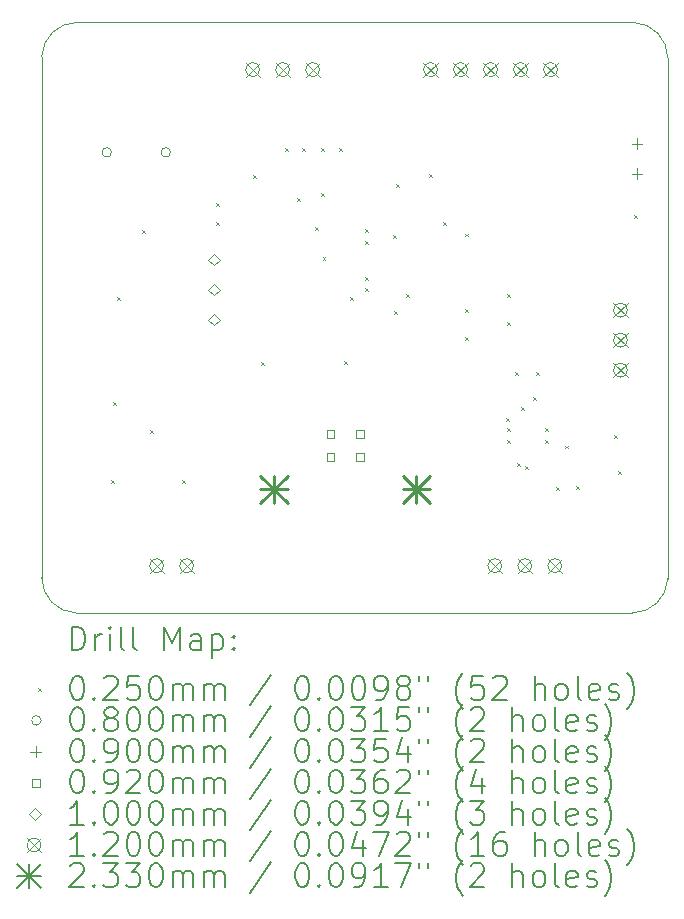
<source format=gbr>
%FSLAX45Y45*%
G04 Gerber Fmt 4.5, Leading zero omitted, Abs format (unit mm)*
G04 Created by KiCad (PCBNEW (6.0.1)) date 2023-06-09 19:02:08*
%MOMM*%
%LPD*%
G01*
G04 APERTURE LIST*
%TA.AperFunction,Profile*%
%ADD10C,0.100000*%
%TD*%
%ADD11C,0.200000*%
%ADD12C,0.025000*%
%ADD13C,0.080000*%
%ADD14C,0.090000*%
%ADD15C,0.092000*%
%ADD16C,0.100000*%
%ADD17C,0.120000*%
%ADD18C,0.233000*%
G04 APERTURE END LIST*
D10*
X5000000Y-167D02*
G75*
G03*
X5300000Y290000I0J300167D01*
G01*
X5300000Y290000D02*
X5300167Y4700000D01*
X290000Y0D02*
X5000000Y-167D01*
X5300167Y4700000D02*
G75*
G03*
X5010000Y5000000I-300167J0D01*
G01*
X-167Y300000D02*
G75*
G03*
X290000Y0I300167J0D01*
G01*
X5010000Y5000000D02*
X300000Y5000167D01*
X0Y4710000D02*
X-167Y300000D01*
X300000Y5000167D02*
G75*
G03*
X0Y4710000I0J-300167D01*
G01*
D11*
D12*
X587500Y1122500D02*
X612500Y1097500D01*
X612500Y1122500D02*
X587500Y1097500D01*
X607500Y1782500D02*
X632500Y1757500D01*
X632500Y1782500D02*
X607500Y1757500D01*
X637500Y2672500D02*
X662500Y2647500D01*
X662500Y2672500D02*
X637500Y2647500D01*
X847500Y3242500D02*
X872500Y3217500D01*
X872500Y3242500D02*
X847500Y3217500D01*
X919500Y1547500D02*
X944500Y1522500D01*
X944500Y1547500D02*
X919500Y1522500D01*
X1187500Y1122500D02*
X1212500Y1097500D01*
X1212500Y1122500D02*
X1187500Y1097500D01*
X1477500Y3472500D02*
X1502500Y3447500D01*
X1502500Y3472500D02*
X1477500Y3447500D01*
X1477500Y3312500D02*
X1502500Y3287500D01*
X1502500Y3312500D02*
X1477500Y3287500D01*
X1787500Y3705000D02*
X1812500Y3680000D01*
X1812500Y3705000D02*
X1787500Y3680000D01*
X1857500Y2122500D02*
X1882500Y2097500D01*
X1882500Y2122500D02*
X1857500Y2097500D01*
X2057500Y3932500D02*
X2082500Y3907500D01*
X2082500Y3932500D02*
X2057500Y3907500D01*
X2162500Y3510500D02*
X2187500Y3485500D01*
X2187500Y3510500D02*
X2162500Y3485500D01*
X2207500Y3932500D02*
X2232500Y3907500D01*
X2232500Y3932500D02*
X2207500Y3907500D01*
X2312500Y3268500D02*
X2337500Y3243500D01*
X2337500Y3268500D02*
X2312500Y3243500D01*
X2362500Y3552500D02*
X2387500Y3527500D01*
X2387500Y3552500D02*
X2362500Y3527500D01*
X2367500Y3932500D02*
X2392500Y3907500D01*
X2392500Y3932500D02*
X2367500Y3907500D01*
X2377500Y3012500D02*
X2402500Y2987500D01*
X2402500Y3012500D02*
X2377500Y2987500D01*
X2517500Y3932500D02*
X2542500Y3907500D01*
X2542500Y3932500D02*
X2517500Y3907500D01*
X2557500Y2132500D02*
X2582500Y2107500D01*
X2582500Y2132500D02*
X2557500Y2107500D01*
X2612500Y2676500D02*
X2637500Y2651500D01*
X2637500Y2676500D02*
X2612500Y2651500D01*
X2733500Y3247500D02*
X2758500Y3222500D01*
X2758500Y3247500D02*
X2733500Y3222500D01*
X2733500Y3147500D02*
X2758500Y3122500D01*
X2758500Y3147500D02*
X2733500Y3122500D01*
X2733500Y2847500D02*
X2758500Y2822500D01*
X2758500Y2847500D02*
X2733500Y2822500D01*
X2733500Y2747500D02*
X2758500Y2722500D01*
X2758500Y2747500D02*
X2733500Y2722500D01*
X2975500Y3197500D02*
X3000500Y3172500D01*
X3000500Y3197500D02*
X2975500Y3172500D01*
X2985000Y2555000D02*
X3010000Y2530000D01*
X3010000Y2555000D02*
X2985000Y2530000D01*
X2997500Y3632500D02*
X3022500Y3607500D01*
X3022500Y3632500D02*
X2997500Y3607500D01*
X3085000Y2697500D02*
X3110000Y2672500D01*
X3110000Y2697500D02*
X3085000Y2672500D01*
X3277500Y3712500D02*
X3302500Y3687500D01*
X3302500Y3712500D02*
X3277500Y3687500D01*
X3397500Y3312500D02*
X3422500Y3287500D01*
X3422500Y3312500D02*
X3397500Y3287500D01*
X3587500Y3212500D02*
X3612500Y3187500D01*
X3612500Y3212500D02*
X3587500Y3187500D01*
X3587500Y2572500D02*
X3612500Y2547500D01*
X3612500Y2572500D02*
X3587500Y2547500D01*
X3587500Y2332500D02*
X3612500Y2307500D01*
X3612500Y2332500D02*
X3587500Y2307500D01*
X3927500Y1652500D02*
X3952500Y1627500D01*
X3952500Y1652500D02*
X3927500Y1627500D01*
X3937500Y1562500D02*
X3962500Y1537500D01*
X3962500Y1562500D02*
X3937500Y1537500D01*
X3937500Y1462500D02*
X3962500Y1437500D01*
X3962500Y1462500D02*
X3937500Y1437500D01*
X3940000Y2460000D02*
X3965000Y2435000D01*
X3965000Y2460000D02*
X3940000Y2435000D01*
X3942500Y2697500D02*
X3967500Y2672500D01*
X3967500Y2697500D02*
X3942500Y2672500D01*
X4010000Y2040000D02*
X4035000Y2015000D01*
X4035000Y2040000D02*
X4010000Y2015000D01*
X4027500Y1272500D02*
X4052500Y1247500D01*
X4052500Y1272500D02*
X4027500Y1247500D01*
X4057500Y1745000D02*
X4082500Y1720000D01*
X4082500Y1745000D02*
X4057500Y1720000D01*
X4088747Y1243397D02*
X4113747Y1218397D01*
X4113747Y1243397D02*
X4088747Y1218397D01*
X4157500Y1825000D02*
X4182500Y1800000D01*
X4182500Y1825000D02*
X4157500Y1800000D01*
X4185000Y2040000D02*
X4210000Y2015000D01*
X4210000Y2040000D02*
X4185000Y2015000D01*
X4257500Y1562500D02*
X4282500Y1537500D01*
X4282500Y1562500D02*
X4257500Y1537500D01*
X4257500Y1462500D02*
X4282500Y1437500D01*
X4282500Y1462500D02*
X4257500Y1437500D01*
X4357500Y1070000D02*
X4382500Y1045000D01*
X4382500Y1070000D02*
X4357500Y1045000D01*
X4427500Y1417500D02*
X4452500Y1392500D01*
X4452500Y1417500D02*
X4427500Y1392500D01*
X4527500Y1075000D02*
X4552500Y1050000D01*
X4552500Y1075000D02*
X4527500Y1050000D01*
X4847500Y1510000D02*
X4872500Y1485000D01*
X4872500Y1510000D02*
X4847500Y1485000D01*
X4880000Y1205000D02*
X4905000Y1180000D01*
X4905000Y1205000D02*
X4880000Y1180000D01*
X5017500Y3372500D02*
X5042500Y3347500D01*
X5042500Y3372500D02*
X5017500Y3347500D01*
D13*
X590000Y3900000D02*
G75*
G03*
X590000Y3900000I-40000J0D01*
G01*
X1090000Y3900000D02*
G75*
G03*
X1090000Y3900000I-40000J0D01*
G01*
D14*
X5040000Y4019000D02*
X5040000Y3929000D01*
X4995000Y3974000D02*
X5085000Y3974000D01*
X5040000Y3765000D02*
X5040000Y3675000D01*
X4995000Y3720000D02*
X5085000Y3720000D01*
D15*
X2477527Y1485223D02*
X2477527Y1550277D01*
X2412473Y1550277D01*
X2412473Y1485223D01*
X2477527Y1485223D01*
X2477527Y1285223D02*
X2477527Y1350277D01*
X2412473Y1350277D01*
X2412473Y1285223D01*
X2477527Y1285223D01*
X2727527Y1485223D02*
X2727527Y1550277D01*
X2662473Y1550277D01*
X2662473Y1485223D01*
X2727527Y1485223D01*
X2727527Y1285223D02*
X2727527Y1350277D01*
X2662473Y1350277D01*
X2662473Y1285223D01*
X2727527Y1285223D01*
D16*
X1460000Y2942500D02*
X1510000Y2992500D01*
X1460000Y3042500D01*
X1410000Y2992500D01*
X1460000Y2942500D01*
X1460000Y2688500D02*
X1510000Y2738500D01*
X1460000Y2788500D01*
X1410000Y2738500D01*
X1460000Y2688500D01*
X1460000Y2434500D02*
X1510000Y2484500D01*
X1460000Y2534500D01*
X1410000Y2484500D01*
X1460000Y2434500D01*
D17*
X913000Y460000D02*
X1033000Y340000D01*
X1033000Y460000D02*
X913000Y340000D01*
X1033000Y400000D02*
G75*
G03*
X1033000Y400000I-60000J0D01*
G01*
X1167000Y460000D02*
X1287000Y340000D01*
X1287000Y460000D02*
X1167000Y340000D01*
X1287000Y400000D02*
G75*
G03*
X1287000Y400000I-60000J0D01*
G01*
X1726000Y4660000D02*
X1846000Y4540000D01*
X1846000Y4660000D02*
X1726000Y4540000D01*
X1846000Y4600000D02*
G75*
G03*
X1846000Y4600000I-60000J0D01*
G01*
X1980000Y4660000D02*
X2100000Y4540000D01*
X2100000Y4660000D02*
X1980000Y4540000D01*
X2100000Y4600000D02*
G75*
G03*
X2100000Y4600000I-60000J0D01*
G01*
X2234000Y4660000D02*
X2354000Y4540000D01*
X2354000Y4660000D02*
X2234000Y4540000D01*
X2354000Y4600000D02*
G75*
G03*
X2354000Y4600000I-60000J0D01*
G01*
X3232000Y4660000D02*
X3352000Y4540000D01*
X3352000Y4660000D02*
X3232000Y4540000D01*
X3352000Y4600000D02*
G75*
G03*
X3352000Y4600000I-60000J0D01*
G01*
X3486000Y4660000D02*
X3606000Y4540000D01*
X3606000Y4660000D02*
X3486000Y4540000D01*
X3606000Y4600000D02*
G75*
G03*
X3606000Y4600000I-60000J0D01*
G01*
X3740000Y4660000D02*
X3860000Y4540000D01*
X3860000Y4660000D02*
X3740000Y4540000D01*
X3860000Y4600000D02*
G75*
G03*
X3860000Y4600000I-60000J0D01*
G01*
X3776000Y460000D02*
X3896000Y340000D01*
X3896000Y460000D02*
X3776000Y340000D01*
X3896000Y400000D02*
G75*
G03*
X3896000Y400000I-60000J0D01*
G01*
X3994000Y4660000D02*
X4114000Y4540000D01*
X4114000Y4660000D02*
X3994000Y4540000D01*
X4114000Y4600000D02*
G75*
G03*
X4114000Y4600000I-60000J0D01*
G01*
X4030000Y460000D02*
X4150000Y340000D01*
X4150000Y460000D02*
X4030000Y340000D01*
X4150000Y400000D02*
G75*
G03*
X4150000Y400000I-60000J0D01*
G01*
X4248000Y4660000D02*
X4368000Y4540000D01*
X4368000Y4660000D02*
X4248000Y4540000D01*
X4368000Y4600000D02*
G75*
G03*
X4368000Y4600000I-60000J0D01*
G01*
X4284000Y460000D02*
X4404000Y340000D01*
X4404000Y460000D02*
X4284000Y340000D01*
X4404000Y400000D02*
G75*
G03*
X4404000Y400000I-60000J0D01*
G01*
X4840000Y2624000D02*
X4960000Y2504000D01*
X4960000Y2624000D02*
X4840000Y2504000D01*
X4960000Y2564000D02*
G75*
G03*
X4960000Y2564000I-60000J0D01*
G01*
X4840000Y2370000D02*
X4960000Y2250000D01*
X4960000Y2370000D02*
X4840000Y2250000D01*
X4960000Y2310000D02*
G75*
G03*
X4960000Y2310000I-60000J0D01*
G01*
X4840000Y2116000D02*
X4960000Y1996000D01*
X4960000Y2116000D02*
X4840000Y1996000D01*
X4960000Y2056000D02*
G75*
G03*
X4960000Y2056000I-60000J0D01*
G01*
D18*
X1851500Y1163250D02*
X2084500Y930250D01*
X2084500Y1163250D02*
X1851500Y930250D01*
X1968000Y1163250D02*
X1968000Y930250D01*
X1851500Y1046750D02*
X2084500Y1046750D01*
X3055500Y1163250D02*
X3288500Y930250D01*
X3288500Y1163250D02*
X3055500Y930250D01*
X3172000Y1163250D02*
X3172000Y930250D01*
X3055500Y1046750D02*
X3288500Y1046750D01*
D11*
X252452Y-315643D02*
X252452Y-115643D01*
X300071Y-115643D01*
X328643Y-125167D01*
X347691Y-144214D01*
X357214Y-163262D01*
X366738Y-201357D01*
X366738Y-229928D01*
X357214Y-268024D01*
X347691Y-287071D01*
X328643Y-306119D01*
X300071Y-315643D01*
X252452Y-315643D01*
X452452Y-315643D02*
X452452Y-182309D01*
X452452Y-220405D02*
X461976Y-201357D01*
X471500Y-191833D01*
X490548Y-182309D01*
X509595Y-182309D01*
X576262Y-315643D02*
X576262Y-182309D01*
X576262Y-115643D02*
X566738Y-125167D01*
X576262Y-134690D01*
X585786Y-125167D01*
X576262Y-115643D01*
X576262Y-134690D01*
X700071Y-315643D02*
X681024Y-306119D01*
X671500Y-287071D01*
X671500Y-115643D01*
X804833Y-315643D02*
X785786Y-306119D01*
X776262Y-287071D01*
X776262Y-115643D01*
X1033405Y-315643D02*
X1033405Y-115643D01*
X1100071Y-258500D01*
X1166738Y-115643D01*
X1166738Y-315643D01*
X1347691Y-315643D02*
X1347691Y-210881D01*
X1338167Y-191833D01*
X1319119Y-182309D01*
X1281024Y-182309D01*
X1261976Y-191833D01*
X1347691Y-306119D02*
X1328643Y-315643D01*
X1281024Y-315643D01*
X1261976Y-306119D01*
X1252452Y-287071D01*
X1252452Y-268024D01*
X1261976Y-248976D01*
X1281024Y-239452D01*
X1328643Y-239452D01*
X1347691Y-229928D01*
X1442929Y-182309D02*
X1442929Y-382309D01*
X1442929Y-191833D02*
X1461976Y-182309D01*
X1500071Y-182309D01*
X1519119Y-191833D01*
X1528643Y-201357D01*
X1538167Y-220405D01*
X1538167Y-277548D01*
X1528643Y-296595D01*
X1519119Y-306119D01*
X1500071Y-315643D01*
X1461976Y-315643D01*
X1442929Y-306119D01*
X1623881Y-296595D02*
X1633405Y-306119D01*
X1623881Y-315643D01*
X1614357Y-306119D01*
X1623881Y-296595D01*
X1623881Y-315643D01*
X1623881Y-191833D02*
X1633405Y-201357D01*
X1623881Y-210881D01*
X1614357Y-201357D01*
X1623881Y-191833D01*
X1623881Y-210881D01*
D12*
X-30167Y-632667D02*
X-5167Y-657667D01*
X-5167Y-632667D02*
X-30167Y-657667D01*
D11*
X290548Y-535643D02*
X309595Y-535643D01*
X328643Y-545167D01*
X338167Y-554690D01*
X347691Y-573738D01*
X357214Y-611833D01*
X357214Y-659452D01*
X347691Y-697548D01*
X338167Y-716595D01*
X328643Y-726119D01*
X309595Y-735643D01*
X290548Y-735643D01*
X271500Y-726119D01*
X261976Y-716595D01*
X252452Y-697548D01*
X242929Y-659452D01*
X242929Y-611833D01*
X252452Y-573738D01*
X261976Y-554690D01*
X271500Y-545167D01*
X290548Y-535643D01*
X442929Y-716595D02*
X452452Y-726119D01*
X442929Y-735643D01*
X433405Y-726119D01*
X442929Y-716595D01*
X442929Y-735643D01*
X528643Y-554690D02*
X538167Y-545167D01*
X557214Y-535643D01*
X604833Y-535643D01*
X623881Y-545167D01*
X633405Y-554690D01*
X642929Y-573738D01*
X642929Y-592786D01*
X633405Y-621357D01*
X519119Y-735643D01*
X642929Y-735643D01*
X823881Y-535643D02*
X728643Y-535643D01*
X719119Y-630881D01*
X728643Y-621357D01*
X747690Y-611833D01*
X795309Y-611833D01*
X814357Y-621357D01*
X823881Y-630881D01*
X833405Y-649929D01*
X833405Y-697548D01*
X823881Y-716595D01*
X814357Y-726119D01*
X795309Y-735643D01*
X747690Y-735643D01*
X728643Y-726119D01*
X719119Y-716595D01*
X957214Y-535643D02*
X976262Y-535643D01*
X995309Y-545167D01*
X1004833Y-554690D01*
X1014357Y-573738D01*
X1023881Y-611833D01*
X1023881Y-659452D01*
X1014357Y-697548D01*
X1004833Y-716595D01*
X995309Y-726119D01*
X976262Y-735643D01*
X957214Y-735643D01*
X938167Y-726119D01*
X928643Y-716595D01*
X919119Y-697548D01*
X909595Y-659452D01*
X909595Y-611833D01*
X919119Y-573738D01*
X928643Y-554690D01*
X938167Y-545167D01*
X957214Y-535643D01*
X1109595Y-735643D02*
X1109595Y-602309D01*
X1109595Y-621357D02*
X1119119Y-611833D01*
X1138167Y-602309D01*
X1166738Y-602309D01*
X1185786Y-611833D01*
X1195310Y-630881D01*
X1195310Y-735643D01*
X1195310Y-630881D02*
X1204833Y-611833D01*
X1223881Y-602309D01*
X1252452Y-602309D01*
X1271500Y-611833D01*
X1281024Y-630881D01*
X1281024Y-735643D01*
X1376262Y-735643D02*
X1376262Y-602309D01*
X1376262Y-621357D02*
X1385786Y-611833D01*
X1404833Y-602309D01*
X1433405Y-602309D01*
X1452452Y-611833D01*
X1461976Y-630881D01*
X1461976Y-735643D01*
X1461976Y-630881D02*
X1471500Y-611833D01*
X1490548Y-602309D01*
X1519119Y-602309D01*
X1538167Y-611833D01*
X1547690Y-630881D01*
X1547690Y-735643D01*
X1938167Y-526119D02*
X1766738Y-783262D01*
X2195310Y-535643D02*
X2214357Y-535643D01*
X2233405Y-545167D01*
X2242929Y-554690D01*
X2252452Y-573738D01*
X2261976Y-611833D01*
X2261976Y-659452D01*
X2252452Y-697548D01*
X2242929Y-716595D01*
X2233405Y-726119D01*
X2214357Y-735643D01*
X2195310Y-735643D01*
X2176262Y-726119D01*
X2166738Y-716595D01*
X2157214Y-697548D01*
X2147691Y-659452D01*
X2147691Y-611833D01*
X2157214Y-573738D01*
X2166738Y-554690D01*
X2176262Y-545167D01*
X2195310Y-535643D01*
X2347691Y-716595D02*
X2357214Y-726119D01*
X2347691Y-735643D01*
X2338167Y-726119D01*
X2347691Y-716595D01*
X2347691Y-735643D01*
X2481024Y-535643D02*
X2500071Y-535643D01*
X2519119Y-545167D01*
X2528643Y-554690D01*
X2538167Y-573738D01*
X2547691Y-611833D01*
X2547691Y-659452D01*
X2538167Y-697548D01*
X2528643Y-716595D01*
X2519119Y-726119D01*
X2500071Y-735643D01*
X2481024Y-735643D01*
X2461976Y-726119D01*
X2452452Y-716595D01*
X2442929Y-697548D01*
X2433405Y-659452D01*
X2433405Y-611833D01*
X2442929Y-573738D01*
X2452452Y-554690D01*
X2461976Y-545167D01*
X2481024Y-535643D01*
X2671500Y-535643D02*
X2690548Y-535643D01*
X2709595Y-545167D01*
X2719119Y-554690D01*
X2728643Y-573738D01*
X2738167Y-611833D01*
X2738167Y-659452D01*
X2728643Y-697548D01*
X2719119Y-716595D01*
X2709595Y-726119D01*
X2690548Y-735643D01*
X2671500Y-735643D01*
X2652452Y-726119D01*
X2642929Y-716595D01*
X2633405Y-697548D01*
X2623881Y-659452D01*
X2623881Y-611833D01*
X2633405Y-573738D01*
X2642929Y-554690D01*
X2652452Y-545167D01*
X2671500Y-535643D01*
X2833405Y-735643D02*
X2871500Y-735643D01*
X2890548Y-726119D01*
X2900071Y-716595D01*
X2919119Y-688024D01*
X2928643Y-649929D01*
X2928643Y-573738D01*
X2919119Y-554690D01*
X2909595Y-545167D01*
X2890548Y-535643D01*
X2852452Y-535643D01*
X2833405Y-545167D01*
X2823881Y-554690D01*
X2814357Y-573738D01*
X2814357Y-621357D01*
X2823881Y-640405D01*
X2833405Y-649929D01*
X2852452Y-659452D01*
X2890548Y-659452D01*
X2909595Y-649929D01*
X2919119Y-640405D01*
X2928643Y-621357D01*
X3042929Y-621357D02*
X3023881Y-611833D01*
X3014357Y-602309D01*
X3004833Y-583262D01*
X3004833Y-573738D01*
X3014357Y-554690D01*
X3023881Y-545167D01*
X3042929Y-535643D01*
X3081024Y-535643D01*
X3100071Y-545167D01*
X3109595Y-554690D01*
X3119119Y-573738D01*
X3119119Y-583262D01*
X3109595Y-602309D01*
X3100071Y-611833D01*
X3081024Y-621357D01*
X3042929Y-621357D01*
X3023881Y-630881D01*
X3014357Y-640405D01*
X3004833Y-659452D01*
X3004833Y-697548D01*
X3014357Y-716595D01*
X3023881Y-726119D01*
X3042929Y-735643D01*
X3081024Y-735643D01*
X3100071Y-726119D01*
X3109595Y-716595D01*
X3119119Y-697548D01*
X3119119Y-659452D01*
X3109595Y-640405D01*
X3100071Y-630881D01*
X3081024Y-621357D01*
X3195309Y-535643D02*
X3195309Y-573738D01*
X3271500Y-535643D02*
X3271500Y-573738D01*
X3566738Y-811833D02*
X3557214Y-802309D01*
X3538167Y-773738D01*
X3528643Y-754690D01*
X3519119Y-726119D01*
X3509595Y-678500D01*
X3509595Y-640405D01*
X3519119Y-592786D01*
X3528643Y-564214D01*
X3538167Y-545167D01*
X3557214Y-516595D01*
X3566738Y-507071D01*
X3738167Y-535643D02*
X3642929Y-535643D01*
X3633405Y-630881D01*
X3642929Y-621357D01*
X3661976Y-611833D01*
X3709595Y-611833D01*
X3728643Y-621357D01*
X3738167Y-630881D01*
X3747690Y-649929D01*
X3747690Y-697548D01*
X3738167Y-716595D01*
X3728643Y-726119D01*
X3709595Y-735643D01*
X3661976Y-735643D01*
X3642929Y-726119D01*
X3633405Y-716595D01*
X3823881Y-554690D02*
X3833405Y-545167D01*
X3852452Y-535643D01*
X3900071Y-535643D01*
X3919119Y-545167D01*
X3928643Y-554690D01*
X3938167Y-573738D01*
X3938167Y-592786D01*
X3928643Y-621357D01*
X3814357Y-735643D01*
X3938167Y-735643D01*
X4176262Y-735643D02*
X4176262Y-535643D01*
X4261976Y-735643D02*
X4261976Y-630881D01*
X4252452Y-611833D01*
X4233405Y-602309D01*
X4204833Y-602309D01*
X4185786Y-611833D01*
X4176262Y-621357D01*
X4385786Y-735643D02*
X4366738Y-726119D01*
X4357214Y-716595D01*
X4347691Y-697548D01*
X4347691Y-640405D01*
X4357214Y-621357D01*
X4366738Y-611833D01*
X4385786Y-602309D01*
X4414357Y-602309D01*
X4433405Y-611833D01*
X4442929Y-621357D01*
X4452452Y-640405D01*
X4452452Y-697548D01*
X4442929Y-716595D01*
X4433405Y-726119D01*
X4414357Y-735643D01*
X4385786Y-735643D01*
X4566738Y-735643D02*
X4547691Y-726119D01*
X4538167Y-707071D01*
X4538167Y-535643D01*
X4719119Y-726119D02*
X4700071Y-735643D01*
X4661976Y-735643D01*
X4642929Y-726119D01*
X4633405Y-707071D01*
X4633405Y-630881D01*
X4642929Y-611833D01*
X4661976Y-602309D01*
X4700071Y-602309D01*
X4719119Y-611833D01*
X4728643Y-630881D01*
X4728643Y-649929D01*
X4633405Y-668976D01*
X4804833Y-726119D02*
X4823881Y-735643D01*
X4861976Y-735643D01*
X4881024Y-726119D01*
X4890548Y-707071D01*
X4890548Y-697548D01*
X4881024Y-678500D01*
X4861976Y-668976D01*
X4833405Y-668976D01*
X4814357Y-659452D01*
X4804833Y-640405D01*
X4804833Y-630881D01*
X4814357Y-611833D01*
X4833405Y-602309D01*
X4861976Y-602309D01*
X4881024Y-611833D01*
X4957214Y-811833D02*
X4966738Y-802309D01*
X4985786Y-773738D01*
X4995310Y-754690D01*
X5004833Y-726119D01*
X5014357Y-678500D01*
X5014357Y-640405D01*
X5004833Y-592786D01*
X4995310Y-564214D01*
X4985786Y-545167D01*
X4966738Y-516595D01*
X4957214Y-507071D01*
D13*
X-5167Y-909167D02*
G75*
G03*
X-5167Y-909167I-40000J0D01*
G01*
D11*
X290548Y-799643D02*
X309595Y-799643D01*
X328643Y-809167D01*
X338167Y-818690D01*
X347691Y-837738D01*
X357214Y-875833D01*
X357214Y-923452D01*
X347691Y-961547D01*
X338167Y-980595D01*
X328643Y-990119D01*
X309595Y-999643D01*
X290548Y-999643D01*
X271500Y-990119D01*
X261976Y-980595D01*
X252452Y-961547D01*
X242929Y-923452D01*
X242929Y-875833D01*
X252452Y-837738D01*
X261976Y-818690D01*
X271500Y-809167D01*
X290548Y-799643D01*
X442929Y-980595D02*
X452452Y-990119D01*
X442929Y-999643D01*
X433405Y-990119D01*
X442929Y-980595D01*
X442929Y-999643D01*
X566738Y-885357D02*
X547691Y-875833D01*
X538167Y-866309D01*
X528643Y-847262D01*
X528643Y-837738D01*
X538167Y-818690D01*
X547691Y-809167D01*
X566738Y-799643D01*
X604833Y-799643D01*
X623881Y-809167D01*
X633405Y-818690D01*
X642929Y-837738D01*
X642929Y-847262D01*
X633405Y-866309D01*
X623881Y-875833D01*
X604833Y-885357D01*
X566738Y-885357D01*
X547691Y-894881D01*
X538167Y-904405D01*
X528643Y-923452D01*
X528643Y-961547D01*
X538167Y-980595D01*
X547691Y-990119D01*
X566738Y-999643D01*
X604833Y-999643D01*
X623881Y-990119D01*
X633405Y-980595D01*
X642929Y-961547D01*
X642929Y-923452D01*
X633405Y-904405D01*
X623881Y-894881D01*
X604833Y-885357D01*
X766738Y-799643D02*
X785786Y-799643D01*
X804833Y-809167D01*
X814357Y-818690D01*
X823881Y-837738D01*
X833405Y-875833D01*
X833405Y-923452D01*
X823881Y-961547D01*
X814357Y-980595D01*
X804833Y-990119D01*
X785786Y-999643D01*
X766738Y-999643D01*
X747690Y-990119D01*
X738167Y-980595D01*
X728643Y-961547D01*
X719119Y-923452D01*
X719119Y-875833D01*
X728643Y-837738D01*
X738167Y-818690D01*
X747690Y-809167D01*
X766738Y-799643D01*
X957214Y-799643D02*
X976262Y-799643D01*
X995309Y-809167D01*
X1004833Y-818690D01*
X1014357Y-837738D01*
X1023881Y-875833D01*
X1023881Y-923452D01*
X1014357Y-961547D01*
X1004833Y-980595D01*
X995309Y-990119D01*
X976262Y-999643D01*
X957214Y-999643D01*
X938167Y-990119D01*
X928643Y-980595D01*
X919119Y-961547D01*
X909595Y-923452D01*
X909595Y-875833D01*
X919119Y-837738D01*
X928643Y-818690D01*
X938167Y-809167D01*
X957214Y-799643D01*
X1109595Y-999643D02*
X1109595Y-866309D01*
X1109595Y-885357D02*
X1119119Y-875833D01*
X1138167Y-866309D01*
X1166738Y-866309D01*
X1185786Y-875833D01*
X1195310Y-894881D01*
X1195310Y-999643D01*
X1195310Y-894881D02*
X1204833Y-875833D01*
X1223881Y-866309D01*
X1252452Y-866309D01*
X1271500Y-875833D01*
X1281024Y-894881D01*
X1281024Y-999643D01*
X1376262Y-999643D02*
X1376262Y-866309D01*
X1376262Y-885357D02*
X1385786Y-875833D01*
X1404833Y-866309D01*
X1433405Y-866309D01*
X1452452Y-875833D01*
X1461976Y-894881D01*
X1461976Y-999643D01*
X1461976Y-894881D02*
X1471500Y-875833D01*
X1490548Y-866309D01*
X1519119Y-866309D01*
X1538167Y-875833D01*
X1547690Y-894881D01*
X1547690Y-999643D01*
X1938167Y-790119D02*
X1766738Y-1047262D01*
X2195310Y-799643D02*
X2214357Y-799643D01*
X2233405Y-809167D01*
X2242929Y-818690D01*
X2252452Y-837738D01*
X2261976Y-875833D01*
X2261976Y-923452D01*
X2252452Y-961547D01*
X2242929Y-980595D01*
X2233405Y-990119D01*
X2214357Y-999643D01*
X2195310Y-999643D01*
X2176262Y-990119D01*
X2166738Y-980595D01*
X2157214Y-961547D01*
X2147691Y-923452D01*
X2147691Y-875833D01*
X2157214Y-837738D01*
X2166738Y-818690D01*
X2176262Y-809167D01*
X2195310Y-799643D01*
X2347691Y-980595D02*
X2357214Y-990119D01*
X2347691Y-999643D01*
X2338167Y-990119D01*
X2347691Y-980595D01*
X2347691Y-999643D01*
X2481024Y-799643D02*
X2500071Y-799643D01*
X2519119Y-809167D01*
X2528643Y-818690D01*
X2538167Y-837738D01*
X2547691Y-875833D01*
X2547691Y-923452D01*
X2538167Y-961547D01*
X2528643Y-980595D01*
X2519119Y-990119D01*
X2500071Y-999643D01*
X2481024Y-999643D01*
X2461976Y-990119D01*
X2452452Y-980595D01*
X2442929Y-961547D01*
X2433405Y-923452D01*
X2433405Y-875833D01*
X2442929Y-837738D01*
X2452452Y-818690D01*
X2461976Y-809167D01*
X2481024Y-799643D01*
X2614357Y-799643D02*
X2738167Y-799643D01*
X2671500Y-875833D01*
X2700071Y-875833D01*
X2719119Y-885357D01*
X2728643Y-894881D01*
X2738167Y-913928D01*
X2738167Y-961547D01*
X2728643Y-980595D01*
X2719119Y-990119D01*
X2700071Y-999643D01*
X2642929Y-999643D01*
X2623881Y-990119D01*
X2614357Y-980595D01*
X2928643Y-999643D02*
X2814357Y-999643D01*
X2871500Y-999643D02*
X2871500Y-799643D01*
X2852452Y-828214D01*
X2833405Y-847262D01*
X2814357Y-856786D01*
X3109595Y-799643D02*
X3014357Y-799643D01*
X3004833Y-894881D01*
X3014357Y-885357D01*
X3033405Y-875833D01*
X3081024Y-875833D01*
X3100071Y-885357D01*
X3109595Y-894881D01*
X3119119Y-913928D01*
X3119119Y-961547D01*
X3109595Y-980595D01*
X3100071Y-990119D01*
X3081024Y-999643D01*
X3033405Y-999643D01*
X3014357Y-990119D01*
X3004833Y-980595D01*
X3195309Y-799643D02*
X3195309Y-837738D01*
X3271500Y-799643D02*
X3271500Y-837738D01*
X3566738Y-1075833D02*
X3557214Y-1066309D01*
X3538167Y-1037738D01*
X3528643Y-1018690D01*
X3519119Y-990119D01*
X3509595Y-942500D01*
X3509595Y-904405D01*
X3519119Y-856786D01*
X3528643Y-828214D01*
X3538167Y-809167D01*
X3557214Y-780595D01*
X3566738Y-771071D01*
X3633405Y-818690D02*
X3642929Y-809167D01*
X3661976Y-799643D01*
X3709595Y-799643D01*
X3728643Y-809167D01*
X3738167Y-818690D01*
X3747690Y-837738D01*
X3747690Y-856786D01*
X3738167Y-885357D01*
X3623881Y-999643D01*
X3747690Y-999643D01*
X3985786Y-999643D02*
X3985786Y-799643D01*
X4071500Y-999643D02*
X4071500Y-894881D01*
X4061976Y-875833D01*
X4042929Y-866309D01*
X4014357Y-866309D01*
X3995309Y-875833D01*
X3985786Y-885357D01*
X4195310Y-999643D02*
X4176262Y-990119D01*
X4166738Y-980595D01*
X4157214Y-961547D01*
X4157214Y-904405D01*
X4166738Y-885357D01*
X4176262Y-875833D01*
X4195310Y-866309D01*
X4223881Y-866309D01*
X4242929Y-875833D01*
X4252452Y-885357D01*
X4261976Y-904405D01*
X4261976Y-961547D01*
X4252452Y-980595D01*
X4242929Y-990119D01*
X4223881Y-999643D01*
X4195310Y-999643D01*
X4376262Y-999643D02*
X4357214Y-990119D01*
X4347691Y-971071D01*
X4347691Y-799643D01*
X4528643Y-990119D02*
X4509595Y-999643D01*
X4471500Y-999643D01*
X4452452Y-990119D01*
X4442929Y-971071D01*
X4442929Y-894881D01*
X4452452Y-875833D01*
X4471500Y-866309D01*
X4509595Y-866309D01*
X4528643Y-875833D01*
X4538167Y-894881D01*
X4538167Y-913928D01*
X4442929Y-932976D01*
X4614357Y-990119D02*
X4633405Y-999643D01*
X4671500Y-999643D01*
X4690548Y-990119D01*
X4700071Y-971071D01*
X4700071Y-961547D01*
X4690548Y-942500D01*
X4671500Y-932976D01*
X4642929Y-932976D01*
X4623881Y-923452D01*
X4614357Y-904405D01*
X4614357Y-894881D01*
X4623881Y-875833D01*
X4642929Y-866309D01*
X4671500Y-866309D01*
X4690548Y-875833D01*
X4766738Y-1075833D02*
X4776262Y-1066309D01*
X4795310Y-1037738D01*
X4804833Y-1018690D01*
X4814357Y-990119D01*
X4823881Y-942500D01*
X4823881Y-904405D01*
X4814357Y-856786D01*
X4804833Y-828214D01*
X4795310Y-809167D01*
X4776262Y-780595D01*
X4766738Y-771071D01*
D14*
X-50167Y-1128167D02*
X-50167Y-1218167D01*
X-95167Y-1173167D02*
X-5167Y-1173167D01*
D11*
X290548Y-1063643D02*
X309595Y-1063643D01*
X328643Y-1073167D01*
X338167Y-1082690D01*
X347691Y-1101738D01*
X357214Y-1139833D01*
X357214Y-1187452D01*
X347691Y-1225548D01*
X338167Y-1244595D01*
X328643Y-1254119D01*
X309595Y-1263643D01*
X290548Y-1263643D01*
X271500Y-1254119D01*
X261976Y-1244595D01*
X252452Y-1225548D01*
X242929Y-1187452D01*
X242929Y-1139833D01*
X252452Y-1101738D01*
X261976Y-1082690D01*
X271500Y-1073167D01*
X290548Y-1063643D01*
X442929Y-1244595D02*
X452452Y-1254119D01*
X442929Y-1263643D01*
X433405Y-1254119D01*
X442929Y-1244595D01*
X442929Y-1263643D01*
X547691Y-1263643D02*
X585786Y-1263643D01*
X604833Y-1254119D01*
X614357Y-1244595D01*
X633405Y-1216024D01*
X642929Y-1177929D01*
X642929Y-1101738D01*
X633405Y-1082690D01*
X623881Y-1073167D01*
X604833Y-1063643D01*
X566738Y-1063643D01*
X547691Y-1073167D01*
X538167Y-1082690D01*
X528643Y-1101738D01*
X528643Y-1149357D01*
X538167Y-1168405D01*
X547691Y-1177929D01*
X566738Y-1187452D01*
X604833Y-1187452D01*
X623881Y-1177929D01*
X633405Y-1168405D01*
X642929Y-1149357D01*
X766738Y-1063643D02*
X785786Y-1063643D01*
X804833Y-1073167D01*
X814357Y-1082690D01*
X823881Y-1101738D01*
X833405Y-1139833D01*
X833405Y-1187452D01*
X823881Y-1225548D01*
X814357Y-1244595D01*
X804833Y-1254119D01*
X785786Y-1263643D01*
X766738Y-1263643D01*
X747690Y-1254119D01*
X738167Y-1244595D01*
X728643Y-1225548D01*
X719119Y-1187452D01*
X719119Y-1139833D01*
X728643Y-1101738D01*
X738167Y-1082690D01*
X747690Y-1073167D01*
X766738Y-1063643D01*
X957214Y-1063643D02*
X976262Y-1063643D01*
X995309Y-1073167D01*
X1004833Y-1082690D01*
X1014357Y-1101738D01*
X1023881Y-1139833D01*
X1023881Y-1187452D01*
X1014357Y-1225548D01*
X1004833Y-1244595D01*
X995309Y-1254119D01*
X976262Y-1263643D01*
X957214Y-1263643D01*
X938167Y-1254119D01*
X928643Y-1244595D01*
X919119Y-1225548D01*
X909595Y-1187452D01*
X909595Y-1139833D01*
X919119Y-1101738D01*
X928643Y-1082690D01*
X938167Y-1073167D01*
X957214Y-1063643D01*
X1109595Y-1263643D02*
X1109595Y-1130309D01*
X1109595Y-1149357D02*
X1119119Y-1139833D01*
X1138167Y-1130309D01*
X1166738Y-1130309D01*
X1185786Y-1139833D01*
X1195310Y-1158881D01*
X1195310Y-1263643D01*
X1195310Y-1158881D02*
X1204833Y-1139833D01*
X1223881Y-1130309D01*
X1252452Y-1130309D01*
X1271500Y-1139833D01*
X1281024Y-1158881D01*
X1281024Y-1263643D01*
X1376262Y-1263643D02*
X1376262Y-1130309D01*
X1376262Y-1149357D02*
X1385786Y-1139833D01*
X1404833Y-1130309D01*
X1433405Y-1130309D01*
X1452452Y-1139833D01*
X1461976Y-1158881D01*
X1461976Y-1263643D01*
X1461976Y-1158881D02*
X1471500Y-1139833D01*
X1490548Y-1130309D01*
X1519119Y-1130309D01*
X1538167Y-1139833D01*
X1547690Y-1158881D01*
X1547690Y-1263643D01*
X1938167Y-1054119D02*
X1766738Y-1311262D01*
X2195310Y-1063643D02*
X2214357Y-1063643D01*
X2233405Y-1073167D01*
X2242929Y-1082690D01*
X2252452Y-1101738D01*
X2261976Y-1139833D01*
X2261976Y-1187452D01*
X2252452Y-1225548D01*
X2242929Y-1244595D01*
X2233405Y-1254119D01*
X2214357Y-1263643D01*
X2195310Y-1263643D01*
X2176262Y-1254119D01*
X2166738Y-1244595D01*
X2157214Y-1225548D01*
X2147691Y-1187452D01*
X2147691Y-1139833D01*
X2157214Y-1101738D01*
X2166738Y-1082690D01*
X2176262Y-1073167D01*
X2195310Y-1063643D01*
X2347691Y-1244595D02*
X2357214Y-1254119D01*
X2347691Y-1263643D01*
X2338167Y-1254119D01*
X2347691Y-1244595D01*
X2347691Y-1263643D01*
X2481024Y-1063643D02*
X2500071Y-1063643D01*
X2519119Y-1073167D01*
X2528643Y-1082690D01*
X2538167Y-1101738D01*
X2547691Y-1139833D01*
X2547691Y-1187452D01*
X2538167Y-1225548D01*
X2528643Y-1244595D01*
X2519119Y-1254119D01*
X2500071Y-1263643D01*
X2481024Y-1263643D01*
X2461976Y-1254119D01*
X2452452Y-1244595D01*
X2442929Y-1225548D01*
X2433405Y-1187452D01*
X2433405Y-1139833D01*
X2442929Y-1101738D01*
X2452452Y-1082690D01*
X2461976Y-1073167D01*
X2481024Y-1063643D01*
X2614357Y-1063643D02*
X2738167Y-1063643D01*
X2671500Y-1139833D01*
X2700071Y-1139833D01*
X2719119Y-1149357D01*
X2728643Y-1158881D01*
X2738167Y-1177929D01*
X2738167Y-1225548D01*
X2728643Y-1244595D01*
X2719119Y-1254119D01*
X2700071Y-1263643D01*
X2642929Y-1263643D01*
X2623881Y-1254119D01*
X2614357Y-1244595D01*
X2919119Y-1063643D02*
X2823881Y-1063643D01*
X2814357Y-1158881D01*
X2823881Y-1149357D01*
X2842929Y-1139833D01*
X2890548Y-1139833D01*
X2909595Y-1149357D01*
X2919119Y-1158881D01*
X2928643Y-1177929D01*
X2928643Y-1225548D01*
X2919119Y-1244595D01*
X2909595Y-1254119D01*
X2890548Y-1263643D01*
X2842929Y-1263643D01*
X2823881Y-1254119D01*
X2814357Y-1244595D01*
X3100071Y-1130309D02*
X3100071Y-1263643D01*
X3052452Y-1054119D02*
X3004833Y-1196976D01*
X3128643Y-1196976D01*
X3195309Y-1063643D02*
X3195309Y-1101738D01*
X3271500Y-1063643D02*
X3271500Y-1101738D01*
X3566738Y-1339833D02*
X3557214Y-1330309D01*
X3538167Y-1301738D01*
X3528643Y-1282690D01*
X3519119Y-1254119D01*
X3509595Y-1206500D01*
X3509595Y-1168405D01*
X3519119Y-1120786D01*
X3528643Y-1092214D01*
X3538167Y-1073167D01*
X3557214Y-1044595D01*
X3566738Y-1035071D01*
X3633405Y-1082690D02*
X3642929Y-1073167D01*
X3661976Y-1063643D01*
X3709595Y-1063643D01*
X3728643Y-1073167D01*
X3738167Y-1082690D01*
X3747690Y-1101738D01*
X3747690Y-1120786D01*
X3738167Y-1149357D01*
X3623881Y-1263643D01*
X3747690Y-1263643D01*
X3985786Y-1263643D02*
X3985786Y-1063643D01*
X4071500Y-1263643D02*
X4071500Y-1158881D01*
X4061976Y-1139833D01*
X4042929Y-1130309D01*
X4014357Y-1130309D01*
X3995309Y-1139833D01*
X3985786Y-1149357D01*
X4195310Y-1263643D02*
X4176262Y-1254119D01*
X4166738Y-1244595D01*
X4157214Y-1225548D01*
X4157214Y-1168405D01*
X4166738Y-1149357D01*
X4176262Y-1139833D01*
X4195310Y-1130309D01*
X4223881Y-1130309D01*
X4242929Y-1139833D01*
X4252452Y-1149357D01*
X4261976Y-1168405D01*
X4261976Y-1225548D01*
X4252452Y-1244595D01*
X4242929Y-1254119D01*
X4223881Y-1263643D01*
X4195310Y-1263643D01*
X4376262Y-1263643D02*
X4357214Y-1254119D01*
X4347691Y-1235071D01*
X4347691Y-1063643D01*
X4528643Y-1254119D02*
X4509595Y-1263643D01*
X4471500Y-1263643D01*
X4452452Y-1254119D01*
X4442929Y-1235071D01*
X4442929Y-1158881D01*
X4452452Y-1139833D01*
X4471500Y-1130309D01*
X4509595Y-1130309D01*
X4528643Y-1139833D01*
X4538167Y-1158881D01*
X4538167Y-1177929D01*
X4442929Y-1196976D01*
X4614357Y-1254119D02*
X4633405Y-1263643D01*
X4671500Y-1263643D01*
X4690548Y-1254119D01*
X4700071Y-1235071D01*
X4700071Y-1225548D01*
X4690548Y-1206500D01*
X4671500Y-1196976D01*
X4642929Y-1196976D01*
X4623881Y-1187452D01*
X4614357Y-1168405D01*
X4614357Y-1158881D01*
X4623881Y-1139833D01*
X4642929Y-1130309D01*
X4671500Y-1130309D01*
X4690548Y-1139833D01*
X4766738Y-1339833D02*
X4776262Y-1330309D01*
X4795310Y-1301738D01*
X4804833Y-1282690D01*
X4814357Y-1254119D01*
X4823881Y-1206500D01*
X4823881Y-1168405D01*
X4814357Y-1120786D01*
X4804833Y-1092214D01*
X4795310Y-1073167D01*
X4776262Y-1044595D01*
X4766738Y-1035071D01*
D15*
X-18639Y-1469694D02*
X-18639Y-1404639D01*
X-83694Y-1404639D01*
X-83694Y-1469694D01*
X-18639Y-1469694D01*
D11*
X290548Y-1327643D02*
X309595Y-1327643D01*
X328643Y-1337167D01*
X338167Y-1346690D01*
X347691Y-1365738D01*
X357214Y-1403833D01*
X357214Y-1451452D01*
X347691Y-1489547D01*
X338167Y-1508595D01*
X328643Y-1518119D01*
X309595Y-1527643D01*
X290548Y-1527643D01*
X271500Y-1518119D01*
X261976Y-1508595D01*
X252452Y-1489547D01*
X242929Y-1451452D01*
X242929Y-1403833D01*
X252452Y-1365738D01*
X261976Y-1346690D01*
X271500Y-1337167D01*
X290548Y-1327643D01*
X442929Y-1508595D02*
X452452Y-1518119D01*
X442929Y-1527643D01*
X433405Y-1518119D01*
X442929Y-1508595D01*
X442929Y-1527643D01*
X547691Y-1527643D02*
X585786Y-1527643D01*
X604833Y-1518119D01*
X614357Y-1508595D01*
X633405Y-1480024D01*
X642929Y-1441928D01*
X642929Y-1365738D01*
X633405Y-1346690D01*
X623881Y-1337167D01*
X604833Y-1327643D01*
X566738Y-1327643D01*
X547691Y-1337167D01*
X538167Y-1346690D01*
X528643Y-1365738D01*
X528643Y-1413357D01*
X538167Y-1432405D01*
X547691Y-1441928D01*
X566738Y-1451452D01*
X604833Y-1451452D01*
X623881Y-1441928D01*
X633405Y-1432405D01*
X642929Y-1413357D01*
X719119Y-1346690D02*
X728643Y-1337167D01*
X747690Y-1327643D01*
X795309Y-1327643D01*
X814357Y-1337167D01*
X823881Y-1346690D01*
X833405Y-1365738D01*
X833405Y-1384786D01*
X823881Y-1413357D01*
X709595Y-1527643D01*
X833405Y-1527643D01*
X957214Y-1327643D02*
X976262Y-1327643D01*
X995309Y-1337167D01*
X1004833Y-1346690D01*
X1014357Y-1365738D01*
X1023881Y-1403833D01*
X1023881Y-1451452D01*
X1014357Y-1489547D01*
X1004833Y-1508595D01*
X995309Y-1518119D01*
X976262Y-1527643D01*
X957214Y-1527643D01*
X938167Y-1518119D01*
X928643Y-1508595D01*
X919119Y-1489547D01*
X909595Y-1451452D01*
X909595Y-1403833D01*
X919119Y-1365738D01*
X928643Y-1346690D01*
X938167Y-1337167D01*
X957214Y-1327643D01*
X1109595Y-1527643D02*
X1109595Y-1394309D01*
X1109595Y-1413357D02*
X1119119Y-1403833D01*
X1138167Y-1394309D01*
X1166738Y-1394309D01*
X1185786Y-1403833D01*
X1195310Y-1422881D01*
X1195310Y-1527643D01*
X1195310Y-1422881D02*
X1204833Y-1403833D01*
X1223881Y-1394309D01*
X1252452Y-1394309D01*
X1271500Y-1403833D01*
X1281024Y-1422881D01*
X1281024Y-1527643D01*
X1376262Y-1527643D02*
X1376262Y-1394309D01*
X1376262Y-1413357D02*
X1385786Y-1403833D01*
X1404833Y-1394309D01*
X1433405Y-1394309D01*
X1452452Y-1403833D01*
X1461976Y-1422881D01*
X1461976Y-1527643D01*
X1461976Y-1422881D02*
X1471500Y-1403833D01*
X1490548Y-1394309D01*
X1519119Y-1394309D01*
X1538167Y-1403833D01*
X1547690Y-1422881D01*
X1547690Y-1527643D01*
X1938167Y-1318119D02*
X1766738Y-1575262D01*
X2195310Y-1327643D02*
X2214357Y-1327643D01*
X2233405Y-1337167D01*
X2242929Y-1346690D01*
X2252452Y-1365738D01*
X2261976Y-1403833D01*
X2261976Y-1451452D01*
X2252452Y-1489547D01*
X2242929Y-1508595D01*
X2233405Y-1518119D01*
X2214357Y-1527643D01*
X2195310Y-1527643D01*
X2176262Y-1518119D01*
X2166738Y-1508595D01*
X2157214Y-1489547D01*
X2147691Y-1451452D01*
X2147691Y-1403833D01*
X2157214Y-1365738D01*
X2166738Y-1346690D01*
X2176262Y-1337167D01*
X2195310Y-1327643D01*
X2347691Y-1508595D02*
X2357214Y-1518119D01*
X2347691Y-1527643D01*
X2338167Y-1518119D01*
X2347691Y-1508595D01*
X2347691Y-1527643D01*
X2481024Y-1327643D02*
X2500071Y-1327643D01*
X2519119Y-1337167D01*
X2528643Y-1346690D01*
X2538167Y-1365738D01*
X2547691Y-1403833D01*
X2547691Y-1451452D01*
X2538167Y-1489547D01*
X2528643Y-1508595D01*
X2519119Y-1518119D01*
X2500071Y-1527643D01*
X2481024Y-1527643D01*
X2461976Y-1518119D01*
X2452452Y-1508595D01*
X2442929Y-1489547D01*
X2433405Y-1451452D01*
X2433405Y-1403833D01*
X2442929Y-1365738D01*
X2452452Y-1346690D01*
X2461976Y-1337167D01*
X2481024Y-1327643D01*
X2614357Y-1327643D02*
X2738167Y-1327643D01*
X2671500Y-1403833D01*
X2700071Y-1403833D01*
X2719119Y-1413357D01*
X2728643Y-1422881D01*
X2738167Y-1441928D01*
X2738167Y-1489547D01*
X2728643Y-1508595D01*
X2719119Y-1518119D01*
X2700071Y-1527643D01*
X2642929Y-1527643D01*
X2623881Y-1518119D01*
X2614357Y-1508595D01*
X2909595Y-1327643D02*
X2871500Y-1327643D01*
X2852452Y-1337167D01*
X2842929Y-1346690D01*
X2823881Y-1375262D01*
X2814357Y-1413357D01*
X2814357Y-1489547D01*
X2823881Y-1508595D01*
X2833405Y-1518119D01*
X2852452Y-1527643D01*
X2890548Y-1527643D01*
X2909595Y-1518119D01*
X2919119Y-1508595D01*
X2928643Y-1489547D01*
X2928643Y-1441928D01*
X2919119Y-1422881D01*
X2909595Y-1413357D01*
X2890548Y-1403833D01*
X2852452Y-1403833D01*
X2833405Y-1413357D01*
X2823881Y-1422881D01*
X2814357Y-1441928D01*
X3004833Y-1346690D02*
X3014357Y-1337167D01*
X3033405Y-1327643D01*
X3081024Y-1327643D01*
X3100071Y-1337167D01*
X3109595Y-1346690D01*
X3119119Y-1365738D01*
X3119119Y-1384786D01*
X3109595Y-1413357D01*
X2995309Y-1527643D01*
X3119119Y-1527643D01*
X3195309Y-1327643D02*
X3195309Y-1365738D01*
X3271500Y-1327643D02*
X3271500Y-1365738D01*
X3566738Y-1603833D02*
X3557214Y-1594309D01*
X3538167Y-1565738D01*
X3528643Y-1546690D01*
X3519119Y-1518119D01*
X3509595Y-1470500D01*
X3509595Y-1432405D01*
X3519119Y-1384786D01*
X3528643Y-1356214D01*
X3538167Y-1337167D01*
X3557214Y-1308595D01*
X3566738Y-1299071D01*
X3728643Y-1394309D02*
X3728643Y-1527643D01*
X3681024Y-1318119D02*
X3633405Y-1460976D01*
X3757214Y-1460976D01*
X3985786Y-1527643D02*
X3985786Y-1327643D01*
X4071500Y-1527643D02*
X4071500Y-1422881D01*
X4061976Y-1403833D01*
X4042929Y-1394309D01*
X4014357Y-1394309D01*
X3995309Y-1403833D01*
X3985786Y-1413357D01*
X4195310Y-1527643D02*
X4176262Y-1518119D01*
X4166738Y-1508595D01*
X4157214Y-1489547D01*
X4157214Y-1432405D01*
X4166738Y-1413357D01*
X4176262Y-1403833D01*
X4195310Y-1394309D01*
X4223881Y-1394309D01*
X4242929Y-1403833D01*
X4252452Y-1413357D01*
X4261976Y-1432405D01*
X4261976Y-1489547D01*
X4252452Y-1508595D01*
X4242929Y-1518119D01*
X4223881Y-1527643D01*
X4195310Y-1527643D01*
X4376262Y-1527643D02*
X4357214Y-1518119D01*
X4347691Y-1499071D01*
X4347691Y-1327643D01*
X4528643Y-1518119D02*
X4509595Y-1527643D01*
X4471500Y-1527643D01*
X4452452Y-1518119D01*
X4442929Y-1499071D01*
X4442929Y-1422881D01*
X4452452Y-1403833D01*
X4471500Y-1394309D01*
X4509595Y-1394309D01*
X4528643Y-1403833D01*
X4538167Y-1422881D01*
X4538167Y-1441928D01*
X4442929Y-1460976D01*
X4614357Y-1518119D02*
X4633405Y-1527643D01*
X4671500Y-1527643D01*
X4690548Y-1518119D01*
X4700071Y-1499071D01*
X4700071Y-1489547D01*
X4690548Y-1470500D01*
X4671500Y-1460976D01*
X4642929Y-1460976D01*
X4623881Y-1451452D01*
X4614357Y-1432405D01*
X4614357Y-1422881D01*
X4623881Y-1403833D01*
X4642929Y-1394309D01*
X4671500Y-1394309D01*
X4690548Y-1403833D01*
X4766738Y-1603833D02*
X4776262Y-1594309D01*
X4795310Y-1565738D01*
X4804833Y-1546690D01*
X4814357Y-1518119D01*
X4823881Y-1470500D01*
X4823881Y-1432405D01*
X4814357Y-1384786D01*
X4804833Y-1356214D01*
X4795310Y-1337167D01*
X4776262Y-1308595D01*
X4766738Y-1299071D01*
D16*
X-55167Y-1751167D02*
X-5167Y-1701167D01*
X-55167Y-1651167D01*
X-105167Y-1701167D01*
X-55167Y-1751167D01*
D11*
X357214Y-1791643D02*
X242929Y-1791643D01*
X300071Y-1791643D02*
X300071Y-1591643D01*
X281024Y-1620214D01*
X261976Y-1639262D01*
X242929Y-1648786D01*
X442929Y-1772595D02*
X452452Y-1782119D01*
X442929Y-1791643D01*
X433405Y-1782119D01*
X442929Y-1772595D01*
X442929Y-1791643D01*
X576262Y-1591643D02*
X595310Y-1591643D01*
X614357Y-1601167D01*
X623881Y-1610690D01*
X633405Y-1629738D01*
X642929Y-1667833D01*
X642929Y-1715452D01*
X633405Y-1753547D01*
X623881Y-1772595D01*
X614357Y-1782119D01*
X595310Y-1791643D01*
X576262Y-1791643D01*
X557214Y-1782119D01*
X547691Y-1772595D01*
X538167Y-1753547D01*
X528643Y-1715452D01*
X528643Y-1667833D01*
X538167Y-1629738D01*
X547691Y-1610690D01*
X557214Y-1601167D01*
X576262Y-1591643D01*
X766738Y-1591643D02*
X785786Y-1591643D01*
X804833Y-1601167D01*
X814357Y-1610690D01*
X823881Y-1629738D01*
X833405Y-1667833D01*
X833405Y-1715452D01*
X823881Y-1753547D01*
X814357Y-1772595D01*
X804833Y-1782119D01*
X785786Y-1791643D01*
X766738Y-1791643D01*
X747690Y-1782119D01*
X738167Y-1772595D01*
X728643Y-1753547D01*
X719119Y-1715452D01*
X719119Y-1667833D01*
X728643Y-1629738D01*
X738167Y-1610690D01*
X747690Y-1601167D01*
X766738Y-1591643D01*
X957214Y-1591643D02*
X976262Y-1591643D01*
X995309Y-1601167D01*
X1004833Y-1610690D01*
X1014357Y-1629738D01*
X1023881Y-1667833D01*
X1023881Y-1715452D01*
X1014357Y-1753547D01*
X1004833Y-1772595D01*
X995309Y-1782119D01*
X976262Y-1791643D01*
X957214Y-1791643D01*
X938167Y-1782119D01*
X928643Y-1772595D01*
X919119Y-1753547D01*
X909595Y-1715452D01*
X909595Y-1667833D01*
X919119Y-1629738D01*
X928643Y-1610690D01*
X938167Y-1601167D01*
X957214Y-1591643D01*
X1109595Y-1791643D02*
X1109595Y-1658309D01*
X1109595Y-1677357D02*
X1119119Y-1667833D01*
X1138167Y-1658309D01*
X1166738Y-1658309D01*
X1185786Y-1667833D01*
X1195310Y-1686881D01*
X1195310Y-1791643D01*
X1195310Y-1686881D02*
X1204833Y-1667833D01*
X1223881Y-1658309D01*
X1252452Y-1658309D01*
X1271500Y-1667833D01*
X1281024Y-1686881D01*
X1281024Y-1791643D01*
X1376262Y-1791643D02*
X1376262Y-1658309D01*
X1376262Y-1677357D02*
X1385786Y-1667833D01*
X1404833Y-1658309D01*
X1433405Y-1658309D01*
X1452452Y-1667833D01*
X1461976Y-1686881D01*
X1461976Y-1791643D01*
X1461976Y-1686881D02*
X1471500Y-1667833D01*
X1490548Y-1658309D01*
X1519119Y-1658309D01*
X1538167Y-1667833D01*
X1547690Y-1686881D01*
X1547690Y-1791643D01*
X1938167Y-1582119D02*
X1766738Y-1839262D01*
X2195310Y-1591643D02*
X2214357Y-1591643D01*
X2233405Y-1601167D01*
X2242929Y-1610690D01*
X2252452Y-1629738D01*
X2261976Y-1667833D01*
X2261976Y-1715452D01*
X2252452Y-1753547D01*
X2242929Y-1772595D01*
X2233405Y-1782119D01*
X2214357Y-1791643D01*
X2195310Y-1791643D01*
X2176262Y-1782119D01*
X2166738Y-1772595D01*
X2157214Y-1753547D01*
X2147691Y-1715452D01*
X2147691Y-1667833D01*
X2157214Y-1629738D01*
X2166738Y-1610690D01*
X2176262Y-1601167D01*
X2195310Y-1591643D01*
X2347691Y-1772595D02*
X2357214Y-1782119D01*
X2347691Y-1791643D01*
X2338167Y-1782119D01*
X2347691Y-1772595D01*
X2347691Y-1791643D01*
X2481024Y-1591643D02*
X2500071Y-1591643D01*
X2519119Y-1601167D01*
X2528643Y-1610690D01*
X2538167Y-1629738D01*
X2547691Y-1667833D01*
X2547691Y-1715452D01*
X2538167Y-1753547D01*
X2528643Y-1772595D01*
X2519119Y-1782119D01*
X2500071Y-1791643D01*
X2481024Y-1791643D01*
X2461976Y-1782119D01*
X2452452Y-1772595D01*
X2442929Y-1753547D01*
X2433405Y-1715452D01*
X2433405Y-1667833D01*
X2442929Y-1629738D01*
X2452452Y-1610690D01*
X2461976Y-1601167D01*
X2481024Y-1591643D01*
X2614357Y-1591643D02*
X2738167Y-1591643D01*
X2671500Y-1667833D01*
X2700071Y-1667833D01*
X2719119Y-1677357D01*
X2728643Y-1686881D01*
X2738167Y-1705928D01*
X2738167Y-1753547D01*
X2728643Y-1772595D01*
X2719119Y-1782119D01*
X2700071Y-1791643D01*
X2642929Y-1791643D01*
X2623881Y-1782119D01*
X2614357Y-1772595D01*
X2833405Y-1791643D02*
X2871500Y-1791643D01*
X2890548Y-1782119D01*
X2900071Y-1772595D01*
X2919119Y-1744024D01*
X2928643Y-1705928D01*
X2928643Y-1629738D01*
X2919119Y-1610690D01*
X2909595Y-1601167D01*
X2890548Y-1591643D01*
X2852452Y-1591643D01*
X2833405Y-1601167D01*
X2823881Y-1610690D01*
X2814357Y-1629738D01*
X2814357Y-1677357D01*
X2823881Y-1696405D01*
X2833405Y-1705928D01*
X2852452Y-1715452D01*
X2890548Y-1715452D01*
X2909595Y-1705928D01*
X2919119Y-1696405D01*
X2928643Y-1677357D01*
X3100071Y-1658309D02*
X3100071Y-1791643D01*
X3052452Y-1582119D02*
X3004833Y-1724976D01*
X3128643Y-1724976D01*
X3195309Y-1591643D02*
X3195309Y-1629738D01*
X3271500Y-1591643D02*
X3271500Y-1629738D01*
X3566738Y-1867833D02*
X3557214Y-1858309D01*
X3538167Y-1829738D01*
X3528643Y-1810690D01*
X3519119Y-1782119D01*
X3509595Y-1734500D01*
X3509595Y-1696405D01*
X3519119Y-1648786D01*
X3528643Y-1620214D01*
X3538167Y-1601167D01*
X3557214Y-1572595D01*
X3566738Y-1563071D01*
X3623881Y-1591643D02*
X3747690Y-1591643D01*
X3681024Y-1667833D01*
X3709595Y-1667833D01*
X3728643Y-1677357D01*
X3738167Y-1686881D01*
X3747690Y-1705928D01*
X3747690Y-1753547D01*
X3738167Y-1772595D01*
X3728643Y-1782119D01*
X3709595Y-1791643D01*
X3652452Y-1791643D01*
X3633405Y-1782119D01*
X3623881Y-1772595D01*
X3985786Y-1791643D02*
X3985786Y-1591643D01*
X4071500Y-1791643D02*
X4071500Y-1686881D01*
X4061976Y-1667833D01*
X4042929Y-1658309D01*
X4014357Y-1658309D01*
X3995309Y-1667833D01*
X3985786Y-1677357D01*
X4195310Y-1791643D02*
X4176262Y-1782119D01*
X4166738Y-1772595D01*
X4157214Y-1753547D01*
X4157214Y-1696405D01*
X4166738Y-1677357D01*
X4176262Y-1667833D01*
X4195310Y-1658309D01*
X4223881Y-1658309D01*
X4242929Y-1667833D01*
X4252452Y-1677357D01*
X4261976Y-1696405D01*
X4261976Y-1753547D01*
X4252452Y-1772595D01*
X4242929Y-1782119D01*
X4223881Y-1791643D01*
X4195310Y-1791643D01*
X4376262Y-1791643D02*
X4357214Y-1782119D01*
X4347691Y-1763071D01*
X4347691Y-1591643D01*
X4528643Y-1782119D02*
X4509595Y-1791643D01*
X4471500Y-1791643D01*
X4452452Y-1782119D01*
X4442929Y-1763071D01*
X4442929Y-1686881D01*
X4452452Y-1667833D01*
X4471500Y-1658309D01*
X4509595Y-1658309D01*
X4528643Y-1667833D01*
X4538167Y-1686881D01*
X4538167Y-1705928D01*
X4442929Y-1724976D01*
X4614357Y-1782119D02*
X4633405Y-1791643D01*
X4671500Y-1791643D01*
X4690548Y-1782119D01*
X4700071Y-1763071D01*
X4700071Y-1753547D01*
X4690548Y-1734500D01*
X4671500Y-1724976D01*
X4642929Y-1724976D01*
X4623881Y-1715452D01*
X4614357Y-1696405D01*
X4614357Y-1686881D01*
X4623881Y-1667833D01*
X4642929Y-1658309D01*
X4671500Y-1658309D01*
X4690548Y-1667833D01*
X4766738Y-1867833D02*
X4776262Y-1858309D01*
X4795310Y-1829738D01*
X4804833Y-1810690D01*
X4814357Y-1782119D01*
X4823881Y-1734500D01*
X4823881Y-1696405D01*
X4814357Y-1648786D01*
X4804833Y-1620214D01*
X4795310Y-1601167D01*
X4776262Y-1572595D01*
X4766738Y-1563071D01*
D17*
X-125167Y-1905167D02*
X-5167Y-2025167D01*
X-5167Y-1905167D02*
X-125167Y-2025167D01*
X-5167Y-1965167D02*
G75*
G03*
X-5167Y-1965167I-60000J0D01*
G01*
D11*
X357214Y-2055643D02*
X242929Y-2055643D01*
X300071Y-2055643D02*
X300071Y-1855643D01*
X281024Y-1884214D01*
X261976Y-1903262D01*
X242929Y-1912786D01*
X442929Y-2036595D02*
X452452Y-2046119D01*
X442929Y-2055643D01*
X433405Y-2046119D01*
X442929Y-2036595D01*
X442929Y-2055643D01*
X528643Y-1874690D02*
X538167Y-1865167D01*
X557214Y-1855643D01*
X604833Y-1855643D01*
X623881Y-1865167D01*
X633405Y-1874690D01*
X642929Y-1893738D01*
X642929Y-1912786D01*
X633405Y-1941357D01*
X519119Y-2055643D01*
X642929Y-2055643D01*
X766738Y-1855643D02*
X785786Y-1855643D01*
X804833Y-1865167D01*
X814357Y-1874690D01*
X823881Y-1893738D01*
X833405Y-1931833D01*
X833405Y-1979452D01*
X823881Y-2017547D01*
X814357Y-2036595D01*
X804833Y-2046119D01*
X785786Y-2055643D01*
X766738Y-2055643D01*
X747690Y-2046119D01*
X738167Y-2036595D01*
X728643Y-2017547D01*
X719119Y-1979452D01*
X719119Y-1931833D01*
X728643Y-1893738D01*
X738167Y-1874690D01*
X747690Y-1865167D01*
X766738Y-1855643D01*
X957214Y-1855643D02*
X976262Y-1855643D01*
X995309Y-1865167D01*
X1004833Y-1874690D01*
X1014357Y-1893738D01*
X1023881Y-1931833D01*
X1023881Y-1979452D01*
X1014357Y-2017547D01*
X1004833Y-2036595D01*
X995309Y-2046119D01*
X976262Y-2055643D01*
X957214Y-2055643D01*
X938167Y-2046119D01*
X928643Y-2036595D01*
X919119Y-2017547D01*
X909595Y-1979452D01*
X909595Y-1931833D01*
X919119Y-1893738D01*
X928643Y-1874690D01*
X938167Y-1865167D01*
X957214Y-1855643D01*
X1109595Y-2055643D02*
X1109595Y-1922309D01*
X1109595Y-1941357D02*
X1119119Y-1931833D01*
X1138167Y-1922309D01*
X1166738Y-1922309D01*
X1185786Y-1931833D01*
X1195310Y-1950881D01*
X1195310Y-2055643D01*
X1195310Y-1950881D02*
X1204833Y-1931833D01*
X1223881Y-1922309D01*
X1252452Y-1922309D01*
X1271500Y-1931833D01*
X1281024Y-1950881D01*
X1281024Y-2055643D01*
X1376262Y-2055643D02*
X1376262Y-1922309D01*
X1376262Y-1941357D02*
X1385786Y-1931833D01*
X1404833Y-1922309D01*
X1433405Y-1922309D01*
X1452452Y-1931833D01*
X1461976Y-1950881D01*
X1461976Y-2055643D01*
X1461976Y-1950881D02*
X1471500Y-1931833D01*
X1490548Y-1922309D01*
X1519119Y-1922309D01*
X1538167Y-1931833D01*
X1547690Y-1950881D01*
X1547690Y-2055643D01*
X1938167Y-1846119D02*
X1766738Y-2103262D01*
X2195310Y-1855643D02*
X2214357Y-1855643D01*
X2233405Y-1865167D01*
X2242929Y-1874690D01*
X2252452Y-1893738D01*
X2261976Y-1931833D01*
X2261976Y-1979452D01*
X2252452Y-2017547D01*
X2242929Y-2036595D01*
X2233405Y-2046119D01*
X2214357Y-2055643D01*
X2195310Y-2055643D01*
X2176262Y-2046119D01*
X2166738Y-2036595D01*
X2157214Y-2017547D01*
X2147691Y-1979452D01*
X2147691Y-1931833D01*
X2157214Y-1893738D01*
X2166738Y-1874690D01*
X2176262Y-1865167D01*
X2195310Y-1855643D01*
X2347691Y-2036595D02*
X2357214Y-2046119D01*
X2347691Y-2055643D01*
X2338167Y-2046119D01*
X2347691Y-2036595D01*
X2347691Y-2055643D01*
X2481024Y-1855643D02*
X2500071Y-1855643D01*
X2519119Y-1865167D01*
X2528643Y-1874690D01*
X2538167Y-1893738D01*
X2547691Y-1931833D01*
X2547691Y-1979452D01*
X2538167Y-2017547D01*
X2528643Y-2036595D01*
X2519119Y-2046119D01*
X2500071Y-2055643D01*
X2481024Y-2055643D01*
X2461976Y-2046119D01*
X2452452Y-2036595D01*
X2442929Y-2017547D01*
X2433405Y-1979452D01*
X2433405Y-1931833D01*
X2442929Y-1893738D01*
X2452452Y-1874690D01*
X2461976Y-1865167D01*
X2481024Y-1855643D01*
X2719119Y-1922309D02*
X2719119Y-2055643D01*
X2671500Y-1846119D02*
X2623881Y-1988976D01*
X2747691Y-1988976D01*
X2804833Y-1855643D02*
X2938167Y-1855643D01*
X2852452Y-2055643D01*
X3004833Y-1874690D02*
X3014357Y-1865167D01*
X3033405Y-1855643D01*
X3081024Y-1855643D01*
X3100071Y-1865167D01*
X3109595Y-1874690D01*
X3119119Y-1893738D01*
X3119119Y-1912786D01*
X3109595Y-1941357D01*
X2995309Y-2055643D01*
X3119119Y-2055643D01*
X3195309Y-1855643D02*
X3195309Y-1893738D01*
X3271500Y-1855643D02*
X3271500Y-1893738D01*
X3566738Y-2131833D02*
X3557214Y-2122309D01*
X3538167Y-2093738D01*
X3528643Y-2074690D01*
X3519119Y-2046119D01*
X3509595Y-1998500D01*
X3509595Y-1960405D01*
X3519119Y-1912786D01*
X3528643Y-1884214D01*
X3538167Y-1865167D01*
X3557214Y-1836595D01*
X3566738Y-1827071D01*
X3747690Y-2055643D02*
X3633405Y-2055643D01*
X3690548Y-2055643D02*
X3690548Y-1855643D01*
X3671500Y-1884214D01*
X3652452Y-1903262D01*
X3633405Y-1912786D01*
X3919119Y-1855643D02*
X3881024Y-1855643D01*
X3861976Y-1865167D01*
X3852452Y-1874690D01*
X3833405Y-1903262D01*
X3823881Y-1941357D01*
X3823881Y-2017547D01*
X3833405Y-2036595D01*
X3842929Y-2046119D01*
X3861976Y-2055643D01*
X3900071Y-2055643D01*
X3919119Y-2046119D01*
X3928643Y-2036595D01*
X3938167Y-2017547D01*
X3938167Y-1969928D01*
X3928643Y-1950881D01*
X3919119Y-1941357D01*
X3900071Y-1931833D01*
X3861976Y-1931833D01*
X3842929Y-1941357D01*
X3833405Y-1950881D01*
X3823881Y-1969928D01*
X4176262Y-2055643D02*
X4176262Y-1855643D01*
X4261976Y-2055643D02*
X4261976Y-1950881D01*
X4252452Y-1931833D01*
X4233405Y-1922309D01*
X4204833Y-1922309D01*
X4185786Y-1931833D01*
X4176262Y-1941357D01*
X4385786Y-2055643D02*
X4366738Y-2046119D01*
X4357214Y-2036595D01*
X4347691Y-2017547D01*
X4347691Y-1960405D01*
X4357214Y-1941357D01*
X4366738Y-1931833D01*
X4385786Y-1922309D01*
X4414357Y-1922309D01*
X4433405Y-1931833D01*
X4442929Y-1941357D01*
X4452452Y-1960405D01*
X4452452Y-2017547D01*
X4442929Y-2036595D01*
X4433405Y-2046119D01*
X4414357Y-2055643D01*
X4385786Y-2055643D01*
X4566738Y-2055643D02*
X4547691Y-2046119D01*
X4538167Y-2027071D01*
X4538167Y-1855643D01*
X4719119Y-2046119D02*
X4700071Y-2055643D01*
X4661976Y-2055643D01*
X4642929Y-2046119D01*
X4633405Y-2027071D01*
X4633405Y-1950881D01*
X4642929Y-1931833D01*
X4661976Y-1922309D01*
X4700071Y-1922309D01*
X4719119Y-1931833D01*
X4728643Y-1950881D01*
X4728643Y-1969928D01*
X4633405Y-1988976D01*
X4804833Y-2046119D02*
X4823881Y-2055643D01*
X4861976Y-2055643D01*
X4881024Y-2046119D01*
X4890548Y-2027071D01*
X4890548Y-2017547D01*
X4881024Y-1998500D01*
X4861976Y-1988976D01*
X4833405Y-1988976D01*
X4814357Y-1979452D01*
X4804833Y-1960405D01*
X4804833Y-1950881D01*
X4814357Y-1931833D01*
X4833405Y-1922309D01*
X4861976Y-1922309D01*
X4881024Y-1931833D01*
X4957214Y-2131833D02*
X4966738Y-2122309D01*
X4985786Y-2093738D01*
X4995310Y-2074690D01*
X5004833Y-2046119D01*
X5014357Y-1998500D01*
X5014357Y-1960405D01*
X5004833Y-1912786D01*
X4995310Y-1884214D01*
X4985786Y-1865167D01*
X4966738Y-1836595D01*
X4957214Y-1827071D01*
X-205167Y-2129167D02*
X-5167Y-2329167D01*
X-5167Y-2129167D02*
X-205167Y-2329167D01*
X-105167Y-2129167D02*
X-105167Y-2329167D01*
X-205167Y-2229167D02*
X-5167Y-2229167D01*
X242929Y-2138690D02*
X252452Y-2129167D01*
X271500Y-2119643D01*
X319119Y-2119643D01*
X338167Y-2129167D01*
X347691Y-2138690D01*
X357214Y-2157738D01*
X357214Y-2176786D01*
X347691Y-2205357D01*
X233405Y-2319643D01*
X357214Y-2319643D01*
X442929Y-2300595D02*
X452452Y-2310119D01*
X442929Y-2319643D01*
X433405Y-2310119D01*
X442929Y-2300595D01*
X442929Y-2319643D01*
X519119Y-2119643D02*
X642929Y-2119643D01*
X576262Y-2195833D01*
X604833Y-2195833D01*
X623881Y-2205357D01*
X633405Y-2214881D01*
X642929Y-2233929D01*
X642929Y-2281548D01*
X633405Y-2300595D01*
X623881Y-2310119D01*
X604833Y-2319643D01*
X547691Y-2319643D01*
X528643Y-2310119D01*
X519119Y-2300595D01*
X709595Y-2119643D02*
X833405Y-2119643D01*
X766738Y-2195833D01*
X795309Y-2195833D01*
X814357Y-2205357D01*
X823881Y-2214881D01*
X833405Y-2233929D01*
X833405Y-2281548D01*
X823881Y-2300595D01*
X814357Y-2310119D01*
X795309Y-2319643D01*
X738167Y-2319643D01*
X719119Y-2310119D01*
X709595Y-2300595D01*
X957214Y-2119643D02*
X976262Y-2119643D01*
X995309Y-2129167D01*
X1004833Y-2138690D01*
X1014357Y-2157738D01*
X1023881Y-2195833D01*
X1023881Y-2243452D01*
X1014357Y-2281548D01*
X1004833Y-2300595D01*
X995309Y-2310119D01*
X976262Y-2319643D01*
X957214Y-2319643D01*
X938167Y-2310119D01*
X928643Y-2300595D01*
X919119Y-2281548D01*
X909595Y-2243452D01*
X909595Y-2195833D01*
X919119Y-2157738D01*
X928643Y-2138690D01*
X938167Y-2129167D01*
X957214Y-2119643D01*
X1109595Y-2319643D02*
X1109595Y-2186309D01*
X1109595Y-2205357D02*
X1119119Y-2195833D01*
X1138167Y-2186309D01*
X1166738Y-2186309D01*
X1185786Y-2195833D01*
X1195310Y-2214881D01*
X1195310Y-2319643D01*
X1195310Y-2214881D02*
X1204833Y-2195833D01*
X1223881Y-2186309D01*
X1252452Y-2186309D01*
X1271500Y-2195833D01*
X1281024Y-2214881D01*
X1281024Y-2319643D01*
X1376262Y-2319643D02*
X1376262Y-2186309D01*
X1376262Y-2205357D02*
X1385786Y-2195833D01*
X1404833Y-2186309D01*
X1433405Y-2186309D01*
X1452452Y-2195833D01*
X1461976Y-2214881D01*
X1461976Y-2319643D01*
X1461976Y-2214881D02*
X1471500Y-2195833D01*
X1490548Y-2186309D01*
X1519119Y-2186309D01*
X1538167Y-2195833D01*
X1547690Y-2214881D01*
X1547690Y-2319643D01*
X1938167Y-2110119D02*
X1766738Y-2367262D01*
X2195310Y-2119643D02*
X2214357Y-2119643D01*
X2233405Y-2129167D01*
X2242929Y-2138690D01*
X2252452Y-2157738D01*
X2261976Y-2195833D01*
X2261976Y-2243452D01*
X2252452Y-2281548D01*
X2242929Y-2300595D01*
X2233405Y-2310119D01*
X2214357Y-2319643D01*
X2195310Y-2319643D01*
X2176262Y-2310119D01*
X2166738Y-2300595D01*
X2157214Y-2281548D01*
X2147691Y-2243452D01*
X2147691Y-2195833D01*
X2157214Y-2157738D01*
X2166738Y-2138690D01*
X2176262Y-2129167D01*
X2195310Y-2119643D01*
X2347691Y-2300595D02*
X2357214Y-2310119D01*
X2347691Y-2319643D01*
X2338167Y-2310119D01*
X2347691Y-2300595D01*
X2347691Y-2319643D01*
X2481024Y-2119643D02*
X2500071Y-2119643D01*
X2519119Y-2129167D01*
X2528643Y-2138690D01*
X2538167Y-2157738D01*
X2547691Y-2195833D01*
X2547691Y-2243452D01*
X2538167Y-2281548D01*
X2528643Y-2300595D01*
X2519119Y-2310119D01*
X2500071Y-2319643D01*
X2481024Y-2319643D01*
X2461976Y-2310119D01*
X2452452Y-2300595D01*
X2442929Y-2281548D01*
X2433405Y-2243452D01*
X2433405Y-2195833D01*
X2442929Y-2157738D01*
X2452452Y-2138690D01*
X2461976Y-2129167D01*
X2481024Y-2119643D01*
X2642929Y-2319643D02*
X2681024Y-2319643D01*
X2700071Y-2310119D01*
X2709595Y-2300595D01*
X2728643Y-2272024D01*
X2738167Y-2233929D01*
X2738167Y-2157738D01*
X2728643Y-2138690D01*
X2719119Y-2129167D01*
X2700071Y-2119643D01*
X2661976Y-2119643D01*
X2642929Y-2129167D01*
X2633405Y-2138690D01*
X2623881Y-2157738D01*
X2623881Y-2205357D01*
X2633405Y-2224405D01*
X2642929Y-2233929D01*
X2661976Y-2243452D01*
X2700071Y-2243452D01*
X2719119Y-2233929D01*
X2728643Y-2224405D01*
X2738167Y-2205357D01*
X2928643Y-2319643D02*
X2814357Y-2319643D01*
X2871500Y-2319643D02*
X2871500Y-2119643D01*
X2852452Y-2148214D01*
X2833405Y-2167262D01*
X2814357Y-2176786D01*
X2995309Y-2119643D02*
X3128643Y-2119643D01*
X3042929Y-2319643D01*
X3195309Y-2119643D02*
X3195309Y-2157738D01*
X3271500Y-2119643D02*
X3271500Y-2157738D01*
X3566738Y-2395833D02*
X3557214Y-2386309D01*
X3538167Y-2357738D01*
X3528643Y-2338690D01*
X3519119Y-2310119D01*
X3509595Y-2262500D01*
X3509595Y-2224405D01*
X3519119Y-2176786D01*
X3528643Y-2148214D01*
X3538167Y-2129167D01*
X3557214Y-2100595D01*
X3566738Y-2091071D01*
X3633405Y-2138690D02*
X3642929Y-2129167D01*
X3661976Y-2119643D01*
X3709595Y-2119643D01*
X3728643Y-2129167D01*
X3738167Y-2138690D01*
X3747690Y-2157738D01*
X3747690Y-2176786D01*
X3738167Y-2205357D01*
X3623881Y-2319643D01*
X3747690Y-2319643D01*
X3985786Y-2319643D02*
X3985786Y-2119643D01*
X4071500Y-2319643D02*
X4071500Y-2214881D01*
X4061976Y-2195833D01*
X4042929Y-2186309D01*
X4014357Y-2186309D01*
X3995309Y-2195833D01*
X3985786Y-2205357D01*
X4195310Y-2319643D02*
X4176262Y-2310119D01*
X4166738Y-2300595D01*
X4157214Y-2281548D01*
X4157214Y-2224405D01*
X4166738Y-2205357D01*
X4176262Y-2195833D01*
X4195310Y-2186309D01*
X4223881Y-2186309D01*
X4242929Y-2195833D01*
X4252452Y-2205357D01*
X4261976Y-2224405D01*
X4261976Y-2281548D01*
X4252452Y-2300595D01*
X4242929Y-2310119D01*
X4223881Y-2319643D01*
X4195310Y-2319643D01*
X4376262Y-2319643D02*
X4357214Y-2310119D01*
X4347691Y-2291071D01*
X4347691Y-2119643D01*
X4528643Y-2310119D02*
X4509595Y-2319643D01*
X4471500Y-2319643D01*
X4452452Y-2310119D01*
X4442929Y-2291071D01*
X4442929Y-2214881D01*
X4452452Y-2195833D01*
X4471500Y-2186309D01*
X4509595Y-2186309D01*
X4528643Y-2195833D01*
X4538167Y-2214881D01*
X4538167Y-2233929D01*
X4442929Y-2252976D01*
X4614357Y-2310119D02*
X4633405Y-2319643D01*
X4671500Y-2319643D01*
X4690548Y-2310119D01*
X4700071Y-2291071D01*
X4700071Y-2281548D01*
X4690548Y-2262500D01*
X4671500Y-2252976D01*
X4642929Y-2252976D01*
X4623881Y-2243452D01*
X4614357Y-2224405D01*
X4614357Y-2214881D01*
X4623881Y-2195833D01*
X4642929Y-2186309D01*
X4671500Y-2186309D01*
X4690548Y-2195833D01*
X4766738Y-2395833D02*
X4776262Y-2386309D01*
X4795310Y-2357738D01*
X4804833Y-2338690D01*
X4814357Y-2310119D01*
X4823881Y-2262500D01*
X4823881Y-2224405D01*
X4814357Y-2176786D01*
X4804833Y-2148214D01*
X4795310Y-2129167D01*
X4776262Y-2100595D01*
X4766738Y-2091071D01*
M02*

</source>
